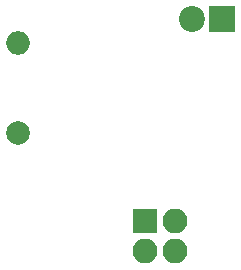
<source format=gbr>
G04 #@! TF.GenerationSoftware,KiCad,Pcbnew,(5.0.0)*
G04 #@! TF.CreationDate,2018-08-31T01:49:10-05:00*
G04 #@! TF.ProjectId,OSHWA Addon,4F53485741204164646F6E2E6B696361,rev?*
G04 #@! TF.SameCoordinates,Original*
G04 #@! TF.FileFunction,Soldermask,Bot*
G04 #@! TF.FilePolarity,Negative*
%FSLAX46Y46*%
G04 Gerber Fmt 4.6, Leading zero omitted, Abs format (unit mm)*
G04 Created by KiCad (PCBNEW (5.0.0)) date 08/31/18 01:49:10*
%MOMM*%
%LPD*%
G01*
G04 APERTURE LIST*
%ADD10R,2.100000X2.100000*%
%ADD11O,2.100000X2.100000*%
%ADD12R,2.200000X2.200000*%
%ADD13C,2.200000*%
%ADD14C,2.000000*%
%ADD15O,2.000000X2.000000*%
G04 APERTURE END LIST*
D10*
G04 #@! TO.C,J1*
X18730000Y-27730000D03*
D11*
X21270000Y-27730000D03*
X18730000Y-30270000D03*
X21270000Y-30270000D03*
G04 #@! TD*
D12*
G04 #@! TO.C,D1*
X25255115Y-10622036D03*
D13*
X22715115Y-10622036D03*
G04 #@! TD*
D14*
G04 #@! TO.C,R1*
X7909315Y-20296430D03*
D15*
X7909315Y-12676430D03*
G04 #@! TD*
M02*

</source>
